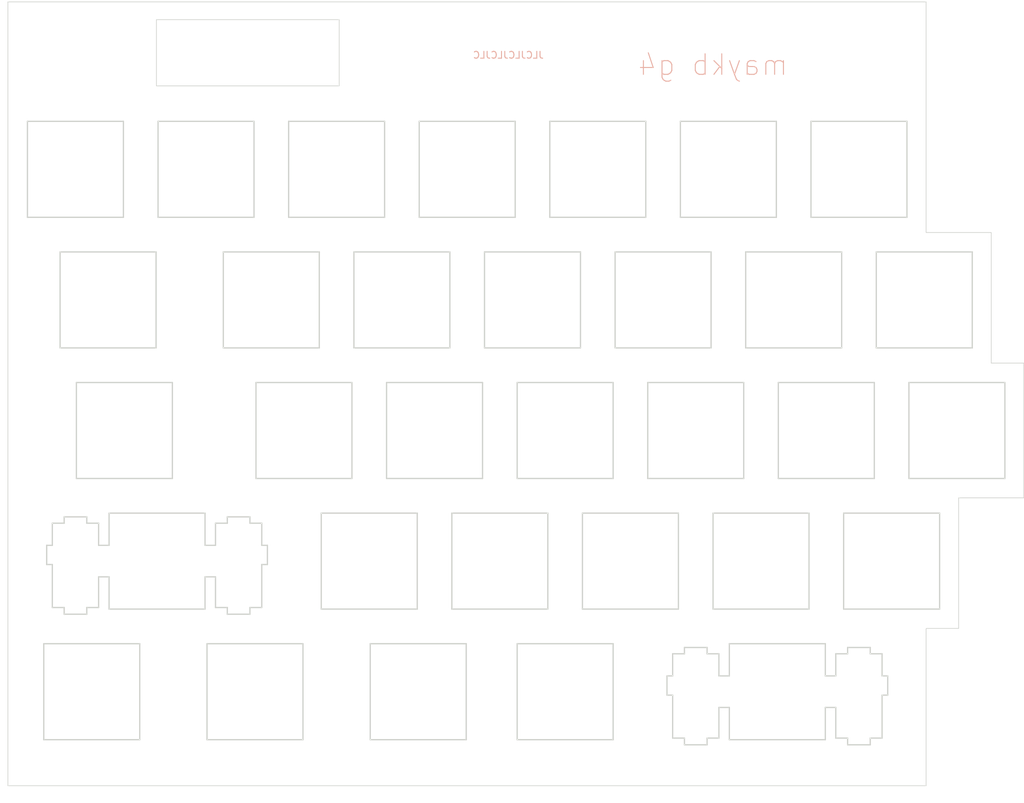
<source format=kicad_pcb>
(kicad_pcb (version 20221018) (generator pcbnew)
  (layers (0 "F.Cu" signal) (31 "B.Cu" signal) (34 "B.Paste" user) (35 "F.Paste" user) (36 "B.SilkS" user "B.Silkscreen") (37 "F.SilkS" user "F.Silkscreen") (38 "B.Mask" user) (39 "F.Mask" user) (44 "Edge.Cuts" user))
  (net 0 "")
  (footprint "MountingHole:MountingHole_4.5mm" (layer "F.Cu") (at 121.75 153.6)
    (fp_text reference "H4" hide)
    (fp_text value "MountingHole")
    (pad "" np_thru_hole circle (at 0 0) (size 4.5 4.5) (drill 4.5) (layers "*.Cu" "*.Mask"))
  )
  (footprint "MountingHole:MountingHole_4.5mm" (layer "F.Cu") (at 116.2 87.85)
    (fp_text reference "H11" hide)
    (fp_text value "MountingHole")
    (pad "" np_thru_hole circle (at 0 0) (size 4.5 4.5) (drill 4.5) (layers "*.Cu" "*.Mask"))
  )
  (footprint "MountingHole:MountingHole_4.5mm" (layer "F.Cu") (at 61.8 108.2)
    (fp_text reference "H3" hide)
    (fp_text value "MountingHole")
    (pad "" np_thru_hole circle (at 0 0) (size 4.5 4.5) (drill 4.5) (layers "*.Cu" "*.Mask"))
  )
  (footprint "MountingHole:MountingHole_4.5mm" (layer "F.Cu") (at 160.65 163.6556)
    (fp_text reference "H1" hide)
    (fp_text value "MountingHole")
    (pad "" np_thru_hole circle (at 0 0) (size 4.5 4.5) (drill 4.5) (layers "*.Cu" "*.Mask"))
  )
  (footprint "MountingHole:MountingHole_4.5mm" (layer "F.Cu") (at 34.5496 163.6556)
    (fp_text reference "H10" hide)
    (fp_text value "MountingHole")
    (pad "" np_thru_hole circle (at 0 0) (size 4.5 4.5) (drill 4.5) (layers "*.Cu" "*.Mask"))
  )
  (footprint "MountingHole:MountingHole_4.5mm" (layer "F.Cu") (at 58.65 88.05)
    (fp_text reference "H2" hide)
    (fp_text value "MountingHole")
    (pad "" np_thru_hole circle (at 0 0) (size 4.5 4.5) (drill 4.5) (layers "*.Cu" "*.Mask"))
  )
  (footprint "MountingHole:MountingHole_4.5mm" (layer "F.Cu") (at 159.5996 57.6556)
    (fp_text reference "H6" hide)
    (fp_text value "MountingHole")
    (pad "" np_thru_hole circle (at 0 0) (size 4.5 4.5) (drill 4.5) (layers "*.Cu" "*.Mask"))
  )
  (footprint "MountingHole:MountingHole_4.5mm" (layer "F.Cu") (at 34.15 144.1556)
    (fp_text reference "H7" hide)
    (fp_text value "MountingHole")
    (pad "" np_thru_hole circle (at 0 0) (size 4.5 4.5) (drill 4.5) (layers "*.Cu" "*.Mask"))
  )
  (footprint "MountingHole:MountingHole_4.5mm" (layer "F.Cu") (at 71.8 129.55)
    (fp_text reference "H5" hide)
    (fp_text value "MountingHole")
    (pad "" np_thru_hole circle (at 0 0) (size 4.5 4.5) (drill 4.5) (layers "*.Cu" "*.Mask"))
  )
  (footprint "MountingHole:MountingHole_4.5mm" (layer "F.Cu") (at 34.6496 57.6556)
    (fp_text reference "H9" hide)
    (fp_text value "MountingHole")
    (pad "" np_thru_hole circle (at 0 0) (size 4.5 4.5) (drill 4.5) (layers "*.Cu" "*.Mask"))
  )
  (footprint "MountingHole:MountingHole_4.5mm" (layer "F.Cu") (at 159 106.6556)
    (fp_text reference "H8" hide)
    (fp_text value "MountingHole")
    (pad "" np_thru_hole circle (at 0 0) (size 4.5 4.5) (drill 4.5) (layers "*.Cu" "*.Mask"))
  )
  (footprint "MountingHole:MountingHole_4.5mm" (layer "F.Cu") (at 101.8 106.9)
    (fp_text reference "H12" hide)
    (fp_text value "MountingHole")
    (pad "" np_thru_hole circle (at 0 0) (size 4.5 4.5) (drill 4.5) (layers "*.Cu" "*.Mask"))
  )
  (gr_line (start 126.297994 154.281997) (end 127.122991 154.281997) (stroke (width 0.188976)) (layer "Edge.Cuts"))
  (gr_line (start 161.591992 122.681998) (end 175.591992 122.681998) (stroke (width 0.188976)) (layer "Edge.Cuts"))
  (gr_line (start 152.066991 127.732002) (end 152.066991 141.732002) (stroke (width 0.188976)) (layer "Edge.Cuts"))
  (gr_line (start 35.386 160.781997) (end 49.385999 160.781997) (stroke (width 0.188976)) (layer "Edge.Cuts"))
  (gr_line (start 67.185998 129.202003) (end 65.460996 129.202003) (stroke (width 0.188976)) (layer "Edge.Cuts"))
  (gr_line (start 151.779996 89.632001) (end 137.779996 89.632001) (stroke (width 0.188976)) (layer "Edge.Cuts"))
  (gr_line (start 104.441991 122.681998) (end 118.441991 122.681998) (stroke (width 0.188976)) (layer "Edge.Cuts"))
  (gr_line (start 126.297994 151.482002) (end 126.297994 154.281997) (stroke (width 0.188976)) (layer "Edge.Cuts"))
  (gr_line (start 43.385999 129.202003) (end 41.660998 129.202003) (stroke (width 0.188976)) (layer "Edge.Cuts"))
  (gr_line (start 60.435998 132.431998) (end 58.910996 132.431998) (stroke (width 0.188976)) (layer "Edge.Cuts"))
  (gr_line (start 36.636 132.431998) (end 35.811 132.431998) (stroke (width 0.188976)) (layer "Edge.Cuts"))
  (gr_line (start 127.122991 151.482002) (end 126.297994 151.482002) (stroke (width 0.188976)) (layer "Edge.Cuts"))
  (gr_line (start 158.497983 154.281997) (end 158.497983 151.482002) (stroke (width 0.188976)) (layer "Edge.Cuts"))
  (gr_line (start 123.204991 84.582) (end 123.204991 70.582002) (stroke (width 0.188976)) (layer "Edge.Cuts"))
  (gr_line (start 137.779996 103.631999) (end 151.779996 103.631999) (stroke (width 0.188976)) (layer "Edge.Cuts"))
  (gr_line (start 156.541989 108.681998) (end 142.541997 108.681998) (stroke (width 0.188976)) (layer "Edge.Cuts"))
  (gr_line (start 127.122991 148.251998) (end 127.122991 151.482002) (stroke (width 0.188976)) (layer "Edge.Cuts"))
  (gr_line (start 133.016995 127.732002) (end 133.016995 141.732002) (stroke (width 0.188976)) (layer "Edge.Cuts"))
  (gr_line (start 152.647992 160.551002) (end 152.647992 161.531997) (stroke (width 0.188976)) (layer "Edge.Cuts"))
  (gr_line (start 157.672986 160.551002) (end 157.672986 154.281997) (stroke (width 0.188976)) (layer "Edge.Cuts"))
  (gr_line (start 94.629994 103.631999) (end 94.629994 89.632001) (stroke (width 0.188976)) (layer "Edge.Cuts"))
  (gr_line (start 61.579999 103.631999) (end 75.579999 103.631999) (stroke (width 0.188976)) (layer "Edge.Cuts"))
  (gr_line (start 118.441991 146.781997) (end 104.441991 146.781997) (stroke (width 0.188976)) (layer "Edge.Cuts"))
  (gr_line (start 43.385999 132.431998) (end 43.385999 129.202003) (stroke (width 0.188976)) (layer "Edge.Cuts"))
  (gr_line (start 36.636 141.501998) (end 38.361 141.501998) (stroke (width 0.188976)) (layer "Edge.Cuts"))
  (gr_line (start 41.660998 142.482002) (end 41.660998 141.501998) (stroke (width 0.188976)) (layer "Edge.Cuts"))
  (gr_line (start 65.460996 128.280997) (end 62.160996 128.280997) (stroke (width 0.188976)) (layer "Edge.Cuts"))
  (gr_line (start 157.672986 148.251998) (end 155.946988 148.251998) (stroke (width 0.188976)) (layer "Edge.Cuts"))
  (gr_line (start 156.829984 103.631999) (end 170.829984 103.631999) (stroke (width 0.188976)) (layer "Edge.Cuts"))
  (gr_line (start 128.847997 147.331001) (end 128.847997 148.251998) (stroke (width 0.188976)) (layer "Edge.Cuts"))
  (gr_line (start 47.004998 70.582002) (end 33.005001 70.582002) (stroke (width 0.188976)) (layer "Edge.Cuts"))
  (gr_line (start 157.672986 151.482002) (end 157.672986 148.251998) (stroke (width 0.188976)) (layer "Edge.Cuts"))
  (gr_line (start 175.591992 122.681998) (end 175.591992 108.681998) (stroke (width 0.188976)) (layer "Edge.Cuts"))
  (gr_line (start 83.010999 160.781997) (end 97.010991 160.781997) (stroke (width 0.188976)) (layer "Edge.Cuts"))
  (gr_line (start 150.922994 156.081001) (end 150.922994 160.551002) (stroke (width 0.188976)) (layer "Edge.Cuts"))
  (gr_line (start 62.160996 142.482002) (end 65.460996 142.482002) (stroke (width 0.188976)) (layer "Edge.Cuts"))
  (gr_line (start 150.922994 151.482002) (end 149.397992 151.482002) (stroke (width 0.188976)) (layer "Edge.Cuts"))
  (gr_line (start 149.397992 160.781997) (end 149.397992 156.081001) (stroke (width 0.188976)) (layer "Edge.Cuts"))
  (gr_line (start 49.385999 160.781997) (end 49.385999 146.781997) (stroke (width 0.188976)) (layer "Edge.Cuts"))
  (gr_line (start 66.341996 108.681998) (end 66.341996 122.681998) (stroke (width 0.188976)) (layer "Edge.Cuts"))
  (gr_line (start 68.010999 135.232002) (end 68.010999 132.431998) (stroke (width 0.188976)) (layer "Edge.Cuts"))
  (gr_line (start 60.435998 141.501998) (end 62.160996 141.501998) (stroke (width 0.188976)) (layer "Edge.Cuts"))
  (gr_line (start 94.916997 127.732002) (end 94.916997 141.732002) (stroke (width 0.188976)) (layer "Edge.Cuts"))
  (gr_line (start 128.253995 70.582002) (end 128.253995 84.582) (stroke (width 0.188976)) (layer "Edge.Cuts"))
  (gr_line (start 147.016995 141.732002) (end 147.016995 127.732002) (stroke (width 0.188976)) (layer "Edge.Cuts"))
  (gr_line (start 152.066991 141.732002) (end 166.066983 141.732002) (stroke (width 0.188976)) (layer "Edge.Cuts"))
  (gr_line (start 41.660998 129.202003) (end 41.660998 128.280997) (stroke (width 0.188976)) (layer "Edge.Cuts"))
  (gr_line (start 89.866994 127.732002) (end 75.866998 127.732002) (stroke (width 0.188976)) (layer "Edge.Cuts"))
  (gr_line (start 58.910996 141.732002) (end 58.910996 137.031997) (stroke (width 0.188976)) (layer "Edge.Cuts"))
  (gr_line (start 128.847997 148.251998) (end 127.122991 148.251998) (stroke (width 0.188976)) (layer "Edge.Cuts"))
  (gr_line (start 66.341996 122.681998) (end 80.341996 122.681998) (stroke (width 0.188976)) (layer "Edge.Cuts"))
  (gr_line (start 123.491994 122.681998) (end 137.491994 122.681998) (stroke (width 0.188976)) (layer "Edge.Cuts"))
  (gr_line (start 51.766999 89.632001) (end 37.767 89.632001) (stroke (width 0.188976)) (layer "Edge.Cuts"))
  (gr_line (start 44.910998 127.732002) (end 44.910998 132.431998) (stroke (width 0.188976)) (layer "Edge.Cuts"))
  (gr_line (start 108.916997 141.732002) (end 108.916997 127.732002) (stroke (width 0.188976)) (layer "Edge.Cuts"))
  (gr_line (start 170.829984 103.631999) (end 170.829984 89.632001) (stroke (width 0.188976)) (layer "Edge.Cuts"))
  (gr_line (start 127.122991 154.281997) (end 127.122991 160.551002) (stroke (width 0.188976)) (layer "Edge.Cuts"))
  (gr_line (start 58.910996 137.031997) (end 60.435998 137.031997) (stroke (width 0.188976)) (layer "Edge.Cuts"))
  (gr_line (start 113.67999 89.632001) (end 99.67999 89.632001) (stroke (width 0.188976)) (layer "Edge.Cuts"))
  (gr_line (start 133.016995 141.732002) (end 147.016995 141.732002) (stroke (width 0.188976)) (layer "Edge.Cuts"))
  (gr_line (start 49.385999 146.781997) (end 35.386 146.781997) (stroke (width 0.188976)) (layer "Edge.Cuts"))
  (gr_line (start 38.361 128.280997) (end 38.361 129.202003) (stroke (width 0.188976)) (layer "Edge.Cuts"))
  (gr_line (start 127.966992 141.732002) (end 127.966992 127.732002) (stroke (width 0.188976)) (layer "Edge.Cuts"))
  (gr_line (start 104.441991 108.681998) (end 104.441991 122.681998) (stroke (width 0.188976)) (layer "Edge.Cuts"))
  (gr_line (start 61.579999 89.632001) (end 61.579999 103.631999) (stroke (width 0.188976)) (layer "Edge.Cuts"))
  (gr_line (start 75.866998 127.732002) (end 75.866998 141.732002) (stroke (width 0.188976)) (layer "Edge.Cuts"))
  (gr_line (start 118.729993 89.632001) (end 118.729993 103.631999) (stroke (width 0.188976)) (layer "Edge.Cuts"))
  (gr_line (start 35.811 135.232002) (end 36.636 135.232002) (stroke (width 0.188976)) (layer "Edge.Cuts"))
  (gr_line (start 132.729993 103.631999) (end 132.729993 89.632001) (stroke (width 0.188976)) (layer "Edge.Cuts"))
  (gr_line (start 166.066983 141.732002) (end 166.066983 127.732002) (stroke (width 0.188976)) (layer "Edge.Cuts"))
  (gr_line (start 80.629998 89.632001) (end 80.629998 103.631999) (stroke (width 0.188976)) (layer "Edge.Cuts"))
  (gr_line (start 132.147992 161.531997) (end 132.147992 160.551002) (stroke (width 0.188976)) (layer "Edge.Cuts"))
  (gr_line (start 135.397992 156.081001) (end 135.397992 160.781997) (stroke (width 0.188976)) (layer "Edge.Cuts"))
  (gr_line (start 44.910998 137.031997) (end 44.910998 141.732002) (stroke (width 0.188976)) (layer "Edge.Cuts"))
  (gr_line (start 90.154996 84.582) (end 104.154996 84.582) (stroke (width 0.188976)) (layer "Edge.Cuts"))
  (gr_line (start 109.204991 84.582) (end 123.204991 84.582) (stroke (width 0.188976)) (layer "Edge.Cuts"))
  (gr_line (start 175.591992 108.681998) (end 161.591992 108.681998) (stroke (width 0.188976)) (layer "Edge.Cuts"))
  (gr_line (start 104.441991 146.781997) (end 104.441991 160.781997) (stroke (width 0.188976)) (layer "Edge.Cuts"))
  (gr_line (start 118.441991 122.681998) (end 118.441991 108.681998) (stroke (width 0.188976)) (layer "Edge.Cuts"))
  (gr_line (start 127.966992 127.732002) (end 113.966992 127.732002) (stroke (width 0.188976)) (layer "Edge.Cuts"))
  (gr_line (start 132.147992 147.331001) (end 128.847997 147.331001) (stroke (width 0.188976)) (layer "Edge.Cuts"))
  (gr_line (start 156.829984 89.632001) (end 156.829984 103.631999) (stroke (width 0.188976)) (layer "Edge.Cuts"))
  (gr_line (start 80.341996 108.681998) (end 66.341996 108.681998) (stroke (width 0.188976)) (layer "Edge.Cuts"))
  (gr_line (start 142.541997 122.681998) (end 156.541989 122.681998) (stroke (width 0.188976)) (layer "Edge.Cuts"))
  (gr_line (start 150.922994 160.551002) (end 152.647992 160.551002) (stroke (width 0.188976)) (layer "Edge.Cuts"))
  (gr_line (start 152.647992 148.251998) (end 150.922994 148.251998) (stroke (width 0.188976)) (layer "Edge.Cuts"))
  (gr_line (start 35.386 146.781997) (end 35.386 160.781997) (stroke (width 0.188976)) (layer "Edge.Cuts"))
  (gr_line (start 123.204991 70.582002) (end 109.204991 70.582002) (stroke (width 0.188976)) (layer "Edge.Cuts"))
  (gr_line (start 65.460996 142.482002) (end 65.460996 141.501998) (stroke (width 0.188976)) (layer "Edge.Cuts"))
  (gr_line (start 97.010991 160.781997) (end 97.010991 146.781997) (stroke (width 0.188976)) (layer "Edge.Cuts"))
  (gr_line (start 135.397992 160.781997) (end 149.397992 160.781997) (stroke (width 0.188976)) (layer "Edge.Cuts"))
  (gr_line (start 35.811 132.431998) (end 35.811 135.232002) (stroke (width 0.188976)) (layer "Edge.Cuts"))
  (gr_line (start 152.647992 161.531997) (end 155.946988 161.531997) (stroke (width 0.188976)) (layer "Edge.Cuts"))
  (gr_line (start 133.872991 151.482002) (end 133.872991 148.251998) (stroke (width 0.188976)) (layer "Edge.Cuts"))
  (gr_line (start 41.660998 128.280997) (end 38.361 128.280997) (stroke (width 0.188976)) (layer "Edge.Cuts"))
  (gr_line (start 85.391995 108.681998) (end 85.391995 122.681998) (stroke (width 0.188976)) (layer "Edge.Cuts"))
  (gr_line (start 128.253995 84.582) (end 142.253995 84.582) (stroke (width 0.188976)) (layer "Edge.Cuts"))
  (gr_line (start 71.104997 70.582002) (end 71.104997 84.582) (stroke (width 0.188976)) (layer "Edge.Cuts"))
  (gr_line (start 43.385999 137.031997) (end 44.910998 137.031997) (stroke (width 0.188976)) (layer "Edge.Cuts"))
  (gr_line (start 142.253995 70.582002) (end 128.253995 70.582002) (stroke (width 0.188976)) (layer "Edge.Cuts"))
  (gr_line (start 54.148 122.681998) (end 54.148 108.681998) (stroke (width 0.188976)) (layer "Edge.Cuts"))
  (gr_line (start 59.197999 160.781997) (end 73.197999 160.781997) (stroke (width 0.188976)) (layer "Edge.Cuts"))
  (gr_line (start 54.148 108.681998) (end 40.148 108.681998) (stroke (width 0.188976)) (layer "Edge.Cuts"))
  (gr_line (start 133.872991 148.251998) (end 132.147992 148.251998) (stroke (width 0.188976)) (layer "Edge.Cuts"))
  (gr_line (start 62.160996 128.280997) (end 62.160996 129.202003) (stroke (width 0.188976)) (layer "Edge.Cuts"))
  (gr_line (start 59.197999 146.781997) (end 59.197999 160.781997) (stroke (width 0.188976)) (layer "Edge.Cuts"))
  (gr_line (start 113.966992 127.732002) (end 113.966992 141.732002) (stroke (width 0.188976)) (layer "Edge.Cuts"))
  (gr_line (start 161.30499 70.582002) (end 147.30399 70.582002) (stroke (width 0.188976)) (layer "Edge.Cuts"))
  (gr_line (start 40.148 122.681998) (end 54.148 122.681998) (stroke (width 0.188976)) (layer "Edge.Cuts"))
  (gr_line (start 40.148 108.681998) (end 40.148 122.681998) (stroke (width 0.188976)) (layer "Edge.Cuts"))
  (gr_line (start 132.729993 89.632001) (end 118.729993 89.632001) (stroke (width 0.188976)) (layer "Edge.Cuts"))
  (gr_line (start 38.361 141.501998) (end 38.361 142.482002) (stroke (width 0.188976)) (layer "Edge.Cuts"))
  (gr_line (start 137.779996 89.632001) (end 137.779996 103.631999) (stroke (width 0.188976)) (layer "Edge.Cuts"))
  (gr_line (start 36.636 129.202003) (end 36.636 132.431998) (stroke (width 0.188976)) (layer "Edge.Cuts"))
  (gr_line (start 68.010999 132.431998) (end 67.185998 132.431998) (stroke (width 0.188976)) (layer "Edge.Cuts"))
  (gr_line (start 135.397992 151.482002) (end 133.872991 151.482002) (stroke (width 0.188976)) (layer "Edge.Cuts"))
  (gr_line (start 132.147992 148.251998) (end 132.147992 147.331001) (stroke (width 0.188976)) (layer "Edge.Cuts"))
  (gr_line (start 170.829984 89.632001) (end 156.829984 89.632001) (stroke (width 0.188976)) (layer "Edge.Cuts"))
  (gr_line (start 135.397992 146.781997) (end 135.397992 151.482002) (stroke (width 0.188976)) (layer "Edge.Cuts"))
  (gr_line (start 75.579999 103.631999) (end 75.579999 89.632001) (stroke (width 0.188976)) (layer "Edge.Cuts"))
  (gr_line (start 71.104997 84.582) (end 85.104997 84.582) (stroke (width 0.188976)) (layer "Edge.Cuts"))
  (gr_line (start 99.67999 89.632001) (end 99.67999 103.631999) (stroke (width 0.188976)) (layer "Edge.Cuts"))
  (gr_line (start 109.204991 70.582002) (end 109.204991 84.582) (stroke (width 0.188976)) (layer "Edge.Cuts"))
  (gr_line (start 36.636 135.232002) (end 36.636 141.501998) (stroke (width 0.188976)) (layer "Edge.Cuts"))
  (gr_line (start 38.361 142.482002) (end 41.660998 142.482002) (stroke (width 0.188976)) (layer "Edge.Cuts"))
  (gr_line (start 158.497983 151.482002) (end 157.672986 151.482002) (stroke (width 0.188976)) (layer "Edge.Cuts"))
  (gr_line (start 155.946988 161.531997) (end 155.946988 160.551002) (stroke (width 0.188976)) (layer "Edge.Cuts"))
  (gr_line (start 62.160996 129.202003) (end 60.435998 129.202003) (stroke (width 0.188976)) (layer "Edge.Cuts"))
  (gr_line (start 44.910998 141.732002) (end 58.910996 141.732002) (stroke (width 0.188976)) (layer "Edge.Cuts"))
  (gr_line (start 118.729993 103.631999) (end 132.729993 103.631999) (stroke (width 0.188976)) (layer "Edge.Cuts"))
  (gr_line (start 44.910998 132.431998) (end 43.385999 132.431998) (stroke (width 0.188976)) (layer "Edge.Cuts"))
  (gr_line (start 161.30499 84.582) (end 161.30499 70.582002) (stroke (width 0.188976)) (layer "Edge.Cuts"))
  (gr_line (start 108.916997 127.732002) (end 94.916997 127.732002) (stroke (width 0.188976)) (layer "Edge.Cuts"))
  (gr_line (start 60.435998 137.031997) (end 60.435998 141.501998) (stroke (width 0.188976)) (layer "Edge.Cuts"))
  (gr_line (start 123.491994 108.681998) (end 123.491994 122.681998) (stroke (width 0.188976)) (layer "Edge.Cuts"))
  (gr_line (start 38.361 129.202003) (end 36.636 129.202003) (stroke (width 0.188976)) (layer "Edge.Cuts"))
  (gr_line (start 104.441991 160.781997) (end 118.441991 160.781997) (stroke (width 0.188976)) (layer "Edge.Cuts"))
  (gr_line (start 52.054999 70.582002) (end 52.054999 84.582) (stroke (width 0.188976)) (layer "Edge.Cuts"))
  (gr_line (start 89.866994 141.732002) (end 89.866994 127.732002) (stroke (width 0.188976)) (layer "Edge.Cuts"))
  (gr_line (start 155.946988 148.251998) (end 155.946988 147.331001) (stroke (width 0.188976)) (layer "Edge.Cuts"))
  (gr_line (start 80.341996 122.681998) (end 80.341996 108.681998) (stroke (width 0.188976)) (layer "Edge.Cuts"))
  (gr_line (start 128.847997 160.551002) (end 128.847997 161.531997) (stroke (width 0.188976)) (layer "Edge.Cuts"))
  (gr_line (start 73.197999 146.781997) (end 59.197999 146.781997) (stroke (width 0.188976)) (layer "Edge.Cuts"))
  (gr_line (start 132.147992 160.551002) (end 133.872991 160.551002) (stroke (width 0.188976)) (layer "Edge.Cuts"))
  (gr_line (start 58.910996 127.732002) (end 44.910998 127.732002) (stroke (width 0.188976)) (layer "Edge.Cuts"))
  (gr_line (start 47.004998 84.582) (end 47.004998 70.582002) (stroke (width 0.188976)) (layer "Edge.Cuts"))
  (gr_line (start 149.397992 156.081001) (end 150.922994 156.081001) (stroke (width 0.188976)) (layer "Edge.Cuts"))
  (gr_line (start 142.253995 84.582) (end 142.253995 70.582002) (stroke (width 0.188976)) (layer "Edge.Cuts"))
  (gr_line (start 99.391995 108.681998) (end 85.391995 108.681998) (stroke (width 0.188976)) (layer "Edge.Cuts"))
  (gr_line (start 67.185998 141.501998) (end 67.185998 135.232002) (stroke (width 0.188976)) (layer "Edge.Cuts"))
  (gr_line (start 113.966992 141.732002) (end 127.966992 141.732002) (stroke (width 0.188976)) (layer "Edge.Cuts"))
  (gr_line (start 85.104997 70.582002) (end 71.104997 70.582002) (stroke (width 0.188976)) (layer "Edge.Cuts"))
  (gr_line (start 137.491994 108.681998) (end 123.491994 108.681998) (stroke (width 0.188976)) (layer "Edge.Cuts"))
  (gr_line (start 83.010999 146.781997) (end 83.010999 160.781997) (stroke (width 0.188976)) (layer "Edge.Cuts"))
  (gr_line (start 90.154996 70.582002) (end 90.154996 84.582) (stroke (width 0.188976)) (layer "Edge.Cuts"))
  (gr_line (start 147.30399 70.582002) (end 147.30399 84.582) (stroke (width 0.188976)) (layer "Edge.Cuts"))
  (gr_line (start 67.185998 132.431998) (end 67.185998 129.202003) (stroke (width 0.188976)) (layer "Edge.Cuts"))
  (gr_line (start 157.672986 154.281997) (end 158.497983 154.281997) (stroke (width 0.188976)) (layer "Edge.Cuts"))
  (gr_line (start 137.491994 122.681998) (end 137.491994 108.681998) (stroke (width 0.188976)) (layer "Edge.Cuts"))
  (gr_line (start 149.397992 146.781997) (end 135.397992 146.781997) (stroke (width 0.188976)) (layer "Edge.Cuts"))
  (gr_line (start 66.054997 70.582002) (end 52.054999 70.582002) (stroke (width 0.188976)) (layer "Edge.Cuts"))
  (gr_line (start 142.541997 108.681998) (end 142.541997 122.681998) (stroke (width 0.188976)) (layer "Edge.Cuts"))
  (gr_line (start 150.922994 148.251998) (end 150.922994 151.482002) (stroke (width 0.188976)) (layer "Edge.Cuts"))
  (gr_line (start 118.441991 108.681998) (end 104.441991 108.681998) (stroke (width 0.188976)) (layer "Edge.Cuts"))
  (gr_line (start 118.441991 160.781997) (end 118.441991 146.781997) (stroke (width 0.188976)) (layer "Edge.Cuts"))
  (gr_line (start 65.460996 129.202003) (end 65.460996 128.280997) (stroke (width 0.188976)) (layer "Edge.Cuts"))
  (gr_line (start 85.104997 84.582) (end 85.104997 70.582002) (stroke (width 0.188976)) (layer "Edge.Cuts"))
  (gr_line (start 104.154996 70.582002) (end 90.154996 70.582002) (stroke (width 0.188976)) (layer "Edge.Cuts"))
  (gr_line (start 99.391995 122.681998) (end 99.391995 108.681998) (stroke (width 0.188976)) (layer "Edge.Cuts"))
  (gr_line (start 67.185998 135.232002) (end 68.010999 135.232002) (stroke (width 0.188976)) (layer "Edge.Cuts"))
  (gr_line (start 60.435998 129.202003) (end 60.435998 132.431998) (stroke (width 0.188976)) (layer "Edge.Cuts"))
  (gr_line (start 66.054997 84.582) (end 66.054997 70.582002) (stroke (width 0.188976)) (layer "Edge.Cuts"))
  (gr_rect (start 51.816 55.753) (end 78.486 65.405) (stroke (width 0.1)) (fill none) (layer "Edge.Cuts"))
  (gr_line (start 85.391995 122.681998) (end 99.391995 122.681998) (stroke (width 0.188976)) (layer "Edge.Cuts"))
  (gr_line (start 58.910996 132.431998) (end 58.910996 127.732002) (stroke (width 0.188976)) (layer "Edge.Cuts"))
  (gr_line (start 156.541989 122.681998) (end 156.541989 108.681998) (stroke (width 0.188976)) (layer "Edge.Cuts"))
  (gr_line (start 94.916997 141.732002) (end 108.916997 141.732002) (stroke (width 0.188976)) (layer "Edge.Cuts"))
  (gr_line (start 113.67999 103.631999) (end 113.67999 89.632001) (stroke (width 0.188976)) (layer "Edge.Cuts"))
  (gr_line (start 151.779996 103.631999) (end 151.779996 89.632001) (stroke (width 0.188976)) (layer "Edge.Cuts"))
  (gr_line (start 43.385999 141.501998) (end 43.385999 137.031997) (stroke (width 0.188976)) (layer "Edge.Cuts"))
  (gr_line (start 51.766999 103.631999) (end 51.766999 89.632001) (stroke (width 0.188976)) (layer "Edge.Cuts"))
  (gr_line (start 33.005001 70.582002) (end 33.005001 84.582) (stroke (width 0.188976)) (layer "Edge.Cuts"))
  (gr_line (start 99.67999 103.631999) (end 113.67999 103.631999) (stroke (width 0.188976)) (layer "Edge.Cuts"))
  (gr_line (start 161.591992 108.681998) (end 161.591992 122.681998) (stroke (width 0.188976)) (layer "Edge.Cuts"))
  (gr_line (start 75.866998 141.732002) (end 89.866994 141.732002) (stroke (width 0.188976)) (layer "Edge.Cuts"))
  (gr_line (start 80.629998 103.631999) (end 94.629994 103.631999) (stroke (width 0.188976)) (layer "Edge.Cuts"))
  (gr_line (start 133.872991 156.081001) (end 135.397992 156.081001) (stroke (width 0.188976)) (layer "Edge.Cuts"))
  (gr_line (start 62.160996 141.501998) (end 62.160996 142.482002) (stroke (width 0.188976)) (layer "Edge.Cuts"))
  (gr_line (start 52.054999 84.582) (end 66.054997 84.582) (stroke (width 0.188976)) (layer "Edge.Cuts"))
  (gr_line (start 147.30399 84.582) (end 161.30499 84.582) (stroke (width 0.188976)) (layer "Edge.Cuts"))
  (gr_line (start 149.397992 151.482002) (end 149.397992 146.781997) (stroke (width 0.188976)) (layer "Edge.Cuts"))
  (gr_line (start 41.660998 141.501998) (end 43.385999 141.501998) (stroke (width 0.188976)) (layer "Edge.Cuts"))
  (gr_line (start 128.847997 161.531997) (end 132.147992 161.531997) (stroke (width 0.188976)) (layer "Edge.Cuts"))
  (gr_line (start 37.767 89.632001) (end 37.767 103.631999) (stroke (width 0.188976)) (layer "Edge.Cuts"))
  (gr_line (start 97.010991 146.781997) (end 83.010999 146.781997) (stroke (width 0.188976)) (layer "Edge.Cuts"))
  (gr_line (start 73.197999 160.781997) (end 73.197999 146.781997) (stroke (width 0.188976)) (layer "Edge.Cuts"))
  (gr_line (start 65.460996 141.501998) (end 67.185998 141.501998) (stroke (width 0.188976)) (layer "Edge.Cuts"))
  (gr_line (start 147.016995 127.732002) (end 133.016995 127.732002) (stroke (width 0.188976)) (layer "Edge.Cuts"))
  (gr_poly (pts (xy 30.15 53.15) (xy 164.1 53.15) (xy 164.1 86.8) (xy 173.6 86.8) (xy 173.6 105.85) (xy 178.35 105.85) (xy 178.35 125.5) (xy 168.85 125.5) (xy 168.85 144.55) (xy 164.15 144.55) (xy 164.1 144.6) (xy 164.1 167.5) (xy 30.15 167.5)) (stroke (width 0.1)) (fill none) (layer "Edge.Cuts"))
  (gr_line (start 127.122991 160.551002) (end 128.847997 160.551002) (stroke (width 0.188976)) (layer "Edge.Cuts"))
  (gr_line (start 75.579999 89.632001) (end 61.579999 89.632001) (stroke (width 0.188976)) (layer "Edge.Cuts"))
  (gr_line (start 33.005001 84.582) (end 47.004998 84.582) (stroke (width 0.188976)) (layer "Edge.Cuts"))
  (gr_line (start 104.154996 84.582) (end 104.154996 70.582002) (stroke (width 0.188976)) (layer "Edge.Cuts"))
  (gr_line (start 37.767 103.631999) (end 51.766999 103.631999) (stroke (width 0.188976)) (layer "Edge.Cuts"))
  (gr_line (start 155.946988 160.551002) (end 157.672986 160.551002) (stroke (width 0.188976)) (layer "Edge.Cuts"))
  (gr_line (start 152.647992 147.331001) (end 152.647992 148.251998) (stroke (width 0.188976)) (layer "Edge.Cuts"))
  (gr_line (start 155.946988 147.331001) (end 152.647992 147.331001) (stroke (width 0.188976)) (layer "Edge.Cuts"))
  (gr_line (start 166.066983 127.732002) (end 152.066991 127.732002) (stroke (width 0.188976)) (layer "Edge.Cuts"))
  (gr_line (start 133.872991 160.551002) (end 133.872991 156.081001) (stroke (width 0.188976)) (layer "Edge.Cuts"))
  (gr_line (start 94.629994 89.632001) (end 80.629998 89.632001) (stroke (width 0.188976)) (layer "Edge.Cuts"))
  (gr_text "maykb g4" (at 144.1 64.1) (layer "B.SilkS") (effects (font (size 3 3)) (justify left bottom mirror)))
  (gr_text "JLCJLCJLCJLC" (at 108.4 61.5) (layer "B.SilkS") (effects (font (size 1 1)) (justify left bottom mirror)))
)
</source>
